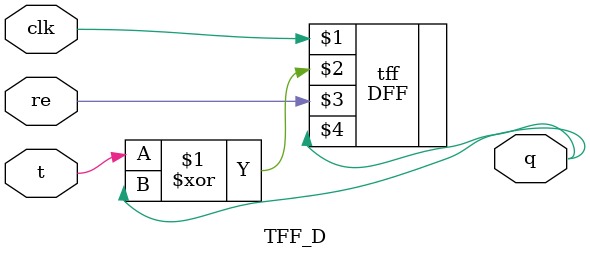
<source format=v>
`timescale 1ns / 1ps
module TFF_D(clk,
    t,
    re,
	 q);
input clk,t,re;
output q;
DFF tff(clk,t^q,re,q);


endmodule

</source>
